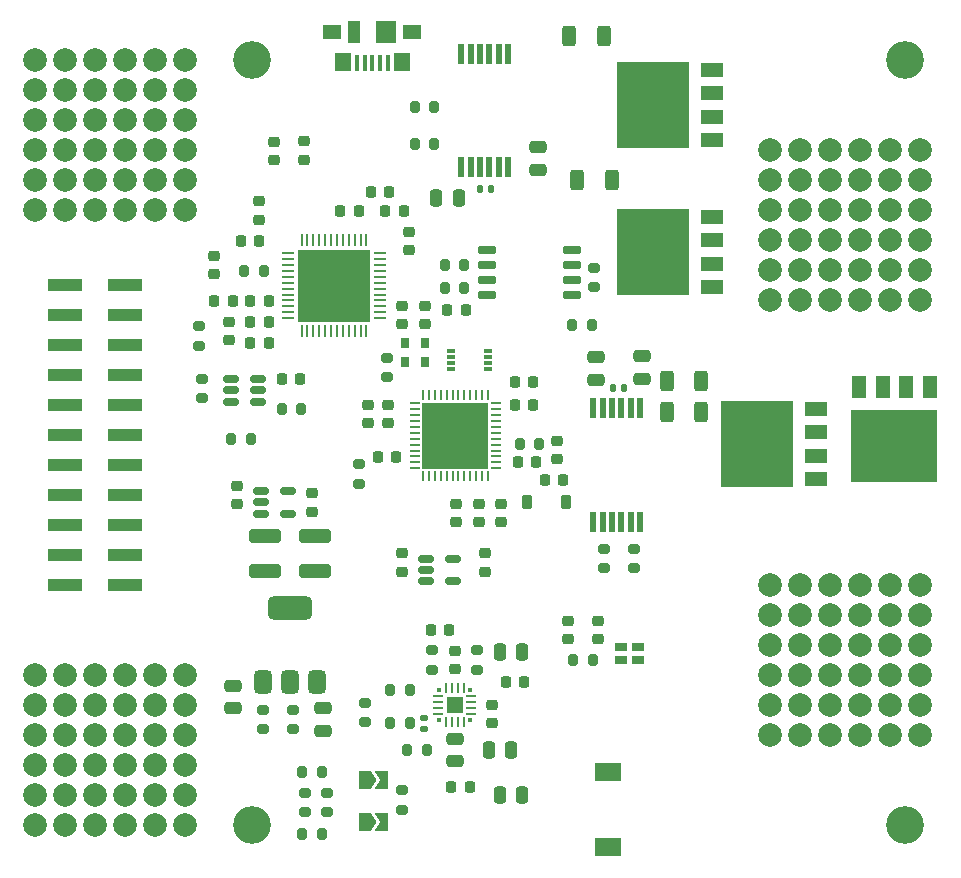
<source format=gbr>
%TF.GenerationSoftware,KiCad,Pcbnew,7.0.10-7.0.10~ubuntu22.04.1*%
%TF.CreationDate,2024-07-10T20:13:23-04:00*%
%TF.ProjectId,IcePSMNR55,49636550-534d-44e5-9235-352e6b696361,rev?*%
%TF.SameCoordinates,Original*%
%TF.FileFunction,Soldermask,Top*%
%TF.FilePolarity,Negative*%
%FSLAX46Y46*%
G04 Gerber Fmt 4.6, Leading zero omitted, Abs format (unit mm)*
G04 Created by KiCad (PCBNEW 7.0.10-7.0.10~ubuntu22.04.1) date 2024-07-10 20:13:23*
%MOMM*%
%LPD*%
G01*
G04 APERTURE LIST*
G04 Aperture macros list*
%AMRoundRect*
0 Rectangle with rounded corners*
0 $1 Rounding radius*
0 $2 $3 $4 $5 $6 $7 $8 $9 X,Y pos of 4 corners*
0 Add a 4 corners polygon primitive as box body*
4,1,4,$2,$3,$4,$5,$6,$7,$8,$9,$2,$3,0*
0 Add four circle primitives for the rounded corners*
1,1,$1+$1,$2,$3*
1,1,$1+$1,$4,$5*
1,1,$1+$1,$6,$7*
1,1,$1+$1,$8,$9*
0 Add four rect primitives between the rounded corners*
20,1,$1+$1,$2,$3,$4,$5,0*
20,1,$1+$1,$4,$5,$6,$7,0*
20,1,$1+$1,$6,$7,$8,$9,0*
20,1,$1+$1,$8,$9,$2,$3,0*%
%AMFreePoly0*
4,1,6,1.000000,0.000000,0.500000,-0.750000,-0.500000,-0.750000,-0.500000,0.750000,0.500000,0.750000,1.000000,0.000000,1.000000,0.000000,$1*%
%AMFreePoly1*
4,1,6,0.500000,-0.750000,-0.650000,-0.750000,-0.150000,0.000000,-0.650000,0.750000,0.500000,0.750000,0.500000,-0.750000,0.500000,-0.750000,$1*%
G04 Aperture macros list end*
%ADD10RoundRect,0.200000X-0.200000X-0.275000X0.200000X-0.275000X0.200000X0.275000X-0.200000X0.275000X0*%
%ADD11RoundRect,0.062500X-0.375000X-0.062500X0.375000X-0.062500X0.375000X0.062500X-0.375000X0.062500X0*%
%ADD12RoundRect,0.062500X-0.062500X-0.375000X0.062500X-0.375000X0.062500X0.375000X-0.062500X0.375000X0*%
%ADD13R,5.600000X5.600000*%
%ADD14RoundRect,0.225000X-0.250000X0.225000X-0.250000X-0.225000X0.250000X-0.225000X0.250000X0.225000X0*%
%ADD15RoundRect,0.200000X0.200000X0.275000X-0.200000X0.275000X-0.200000X-0.275000X0.200000X-0.275000X0*%
%ADD16C,2.004000*%
%ADD17RoundRect,0.250000X-0.475000X0.250000X-0.475000X-0.250000X0.475000X-0.250000X0.475000X0.250000X0*%
%ADD18RoundRect,0.225000X0.250000X-0.225000X0.250000X0.225000X-0.250000X0.225000X-0.250000X-0.225000X0*%
%ADD19RoundRect,0.150000X-0.512500X-0.150000X0.512500X-0.150000X0.512500X0.150000X-0.512500X0.150000X0*%
%ADD20RoundRect,0.218750X-0.218750X-0.256250X0.218750X-0.256250X0.218750X0.256250X-0.218750X0.256250X0*%
%ADD21R,3.000000X1.000000*%
%ADD22RoundRect,0.250000X1.100000X-0.325000X1.100000X0.325000X-1.100000X0.325000X-1.100000X-0.325000X0*%
%ADD23RoundRect,0.250000X-0.312500X-0.625000X0.312500X-0.625000X0.312500X0.625000X-0.312500X0.625000X0*%
%ADD24RoundRect,0.200000X0.275000X-0.200000X0.275000X0.200000X-0.275000X0.200000X-0.275000X-0.200000X0*%
%ADD25RoundRect,0.218750X0.256250X-0.218750X0.256250X0.218750X-0.256250X0.218750X-0.256250X-0.218750X0*%
%ADD26RoundRect,0.140000X0.170000X-0.140000X0.170000X0.140000X-0.170000X0.140000X-0.170000X-0.140000X0*%
%ADD27RoundRect,0.250000X0.475000X-0.250000X0.475000X0.250000X-0.475000X0.250000X-0.475000X-0.250000X0*%
%ADD28RoundRect,0.225000X-0.225000X-0.250000X0.225000X-0.250000X0.225000X0.250000X-0.225000X0.250000X0*%
%ADD29R,0.800000X0.300000*%
%ADD30C,3.200000*%
%ADD31RoundRect,0.250000X-0.250000X-0.475000X0.250000X-0.475000X0.250000X0.475000X-0.250000X0.475000X0*%
%ADD32RoundRect,0.062500X-0.412500X-0.062500X0.412500X-0.062500X0.412500X0.062500X-0.412500X0.062500X0*%
%ADD33RoundRect,0.062500X-0.062500X-0.412500X0.062500X-0.412500X0.062500X0.412500X-0.062500X0.412500X0*%
%ADD34R,6.200000X6.200000*%
%ADD35FreePoly0,0.000000*%
%ADD36FreePoly1,0.000000*%
%ADD37R,1.000000X0.800000*%
%ADD38RoundRect,0.225000X0.225000X0.250000X-0.225000X0.250000X-0.225000X-0.250000X0.225000X-0.250000X0*%
%ADD39R,1.143000X1.828800*%
%ADD40R,7.391400X6.121400*%
%ADD41R,0.600000X1.750000*%
%ADD42RoundRect,0.200000X-0.275000X0.200000X-0.275000X-0.200000X0.275000X-0.200000X0.275000X0.200000X0*%
%ADD43R,1.828800X1.143000*%
%ADD44R,6.121400X7.391400*%
%ADD45RoundRect,0.140000X-0.140000X-0.170000X0.140000X-0.170000X0.140000X0.170000X-0.140000X0.170000X0*%
%ADD46RoundRect,0.225000X-0.225000X-0.375000X0.225000X-0.375000X0.225000X0.375000X-0.225000X0.375000X0*%
%ADD47RoundRect,0.057150X0.349250X-0.057150X0.349250X0.057150X-0.349250X0.057150X-0.349250X-0.057150X0*%
%ADD48R,0.812800X0.228600*%
%ADD49RoundRect,0.057150X-0.057150X-0.349250X0.057150X-0.349250X0.057150X0.349250X-0.057150X0.349250X0*%
%ADD50R,0.228600X0.812800*%
%ADD51R,1.422400X1.422400*%
%ADD52R,0.381000X0.381000*%
%ADD53RoundRect,0.150000X0.650000X0.150000X-0.650000X0.150000X-0.650000X-0.150000X0.650000X-0.150000X0*%
%ADD54RoundRect,0.140000X0.140000X0.170000X-0.140000X0.170000X-0.140000X-0.170000X0.140000X-0.170000X0*%
%ADD55R,0.650000X0.850000*%
%ADD56R,0.450000X1.380000*%
%ADD57R,1.650000X1.300000*%
%ADD58R,1.425000X1.550000*%
%ADD59R,1.800000X1.900000*%
%ADD60R,1.000000X1.900000*%
%ADD61R,2.286000X1.624000*%
%ADD62RoundRect,0.375000X0.375000X-0.625000X0.375000X0.625000X-0.375000X0.625000X-0.375000X-0.625000X0*%
%ADD63RoundRect,0.500000X1.400000X-0.500000X1.400000X0.500000X-1.400000X0.500000X-1.400000X-0.500000X0*%
G04 APERTURE END LIST*
D10*
%TO.C,R9*%
X56012500Y-70200000D03*
X57662500Y-70200000D03*
%TD*%
D11*
%TO.C,U1*%
X71557500Y-67165000D03*
X71557500Y-67665000D03*
X71557500Y-68165000D03*
X71557500Y-68665000D03*
X71557500Y-69165000D03*
X71557500Y-69665000D03*
X71557500Y-70165000D03*
X71557500Y-70665000D03*
X71557500Y-71165000D03*
X71557500Y-71665000D03*
X71557500Y-72165000D03*
X71557500Y-72665000D03*
D12*
X72245000Y-73352500D03*
X72745000Y-73352500D03*
X73245000Y-73352500D03*
X73745000Y-73352500D03*
X74245000Y-73352500D03*
X74745000Y-73352500D03*
X75245000Y-73352500D03*
X75745000Y-73352500D03*
X76245000Y-73352500D03*
X76745000Y-73352500D03*
X77245000Y-73352500D03*
X77745000Y-73352500D03*
D11*
X78432500Y-72665000D03*
X78432500Y-72165000D03*
X78432500Y-71665000D03*
X78432500Y-71165000D03*
X78432500Y-70665000D03*
X78432500Y-70165000D03*
X78432500Y-69665000D03*
X78432500Y-69165000D03*
X78432500Y-68665000D03*
X78432500Y-68165000D03*
X78432500Y-67665000D03*
X78432500Y-67165000D03*
D12*
X77745000Y-66477500D03*
X77245000Y-66477500D03*
X76745000Y-66477500D03*
X76245000Y-66477500D03*
X75745000Y-66477500D03*
X75245000Y-66477500D03*
X74745000Y-66477500D03*
X74245000Y-66477500D03*
X73745000Y-66477500D03*
X73245000Y-66477500D03*
X72745000Y-66477500D03*
X72245000Y-66477500D03*
D13*
X74995000Y-69915000D03*
%TD*%
D14*
%TO.C,C4*%
X75057000Y-75666000D03*
X75057000Y-77216000D03*
%TD*%
D15*
%TO.C,R6*%
X58770000Y-55940000D03*
X57120000Y-55940000D03*
%TD*%
D16*
%TO.C,M4*%
X101600000Y-45720000D03*
X104140000Y-45720000D03*
X106680000Y-45720000D03*
X109220000Y-45720000D03*
X111760000Y-45720000D03*
X114300000Y-45720000D03*
X114300000Y-48260000D03*
X111760000Y-48260000D03*
X109220000Y-48260000D03*
X106680000Y-48260000D03*
X104140000Y-48260000D03*
X101600000Y-48260000D03*
X101600000Y-50800000D03*
X104140000Y-50800000D03*
X106680000Y-50800000D03*
X109220000Y-50800000D03*
X111760000Y-50800000D03*
X114300000Y-50800000D03*
X114300000Y-53340000D03*
X111760000Y-53340000D03*
X109220000Y-53340000D03*
X106680000Y-53340000D03*
X104140000Y-53340000D03*
X101600000Y-53340000D03*
X101600000Y-55880000D03*
X104140000Y-55880000D03*
X106680000Y-55880000D03*
X109220000Y-55880000D03*
X111760000Y-55880000D03*
X114300000Y-55880000D03*
X114300000Y-58420000D03*
X111760000Y-58420000D03*
X109220000Y-58420000D03*
X106680000Y-58420000D03*
X104140000Y-58420000D03*
X101600000Y-58420000D03*
%TD*%
D17*
%TO.C,C21*%
X86893900Y-63277500D03*
X86893900Y-65177500D03*
%TD*%
D15*
%TO.C,R27*%
X71105000Y-94240000D03*
X69455000Y-94240000D03*
%TD*%
D18*
%TO.C,C34*%
X70485000Y-81420000D03*
X70485000Y-79870000D03*
%TD*%
D19*
%TO.C,U7*%
X72522500Y-80330000D03*
X72522500Y-81280000D03*
X72522500Y-82230000D03*
X74797500Y-82230000D03*
X74797500Y-80330000D03*
%TD*%
D20*
%TO.C,FB2*%
X54580000Y-58480000D03*
X56155000Y-58480000D03*
%TD*%
D21*
%TO.C,J2*%
X46990000Y-57150000D03*
X41950000Y-57150000D03*
X46990000Y-59690000D03*
X41950000Y-59690000D03*
X46990000Y-62230000D03*
X41950000Y-62230000D03*
X46990000Y-64770000D03*
X41950000Y-64770000D03*
X46990000Y-67310000D03*
X41950000Y-67310000D03*
X46990000Y-69850000D03*
X41950000Y-69850000D03*
X46990000Y-72390000D03*
X41950000Y-72390000D03*
X46990000Y-74930000D03*
X41950000Y-74930000D03*
X46990000Y-77470000D03*
X41950000Y-77470000D03*
X46990000Y-80010000D03*
X41950000Y-80010000D03*
X46990000Y-82550000D03*
X41950000Y-82550000D03*
%TD*%
D10*
%TO.C,R16*%
X84976200Y-88900000D03*
X86626200Y-88900000D03*
%TD*%
D22*
%TO.C,C37*%
X58885000Y-81355000D03*
X58885000Y-78405000D03*
%TD*%
D23*
%TO.C,R10*%
X92898500Y-65278000D03*
X95823500Y-65278000D03*
%TD*%
D24*
%TO.C,R12*%
X53502500Y-66740000D03*
X53502500Y-65090000D03*
%TD*%
D18*
%TO.C,C8*%
X71090000Y-54175000D03*
X71090000Y-52625000D03*
%TD*%
D25*
%TO.C,FB1*%
X58390000Y-51647500D03*
X58390000Y-50072500D03*
%TD*%
D26*
%TO.C,C47*%
X72290000Y-94760000D03*
X72290000Y-93800000D03*
%TD*%
D27*
%TO.C,C29*%
X90805000Y-65085000D03*
X90805000Y-63185000D03*
%TD*%
D28*
%TO.C,C46*%
X74650000Y-99695000D03*
X76200000Y-99695000D03*
%TD*%
D14*
%TO.C,C31*%
X62865000Y-74790000D03*
X62865000Y-76340000D03*
%TD*%
D15*
%TO.C,R24*%
X72580000Y-96520000D03*
X70930000Y-96520000D03*
%TD*%
D29*
%TO.C,U4*%
X74650000Y-62750000D03*
X74650000Y-63250000D03*
X74650000Y-63750000D03*
X74650000Y-64250000D03*
X77750000Y-64250000D03*
X77750000Y-63750000D03*
X77750000Y-63250000D03*
X77750000Y-62750000D03*
%TD*%
D30*
%TO.C,H1*%
X57785000Y-102870000D03*
%TD*%
D27*
%TO.C,C40*%
X56120000Y-93000000D03*
X56120000Y-91100000D03*
%TD*%
D31*
%TO.C,C41*%
X78740000Y-88265000D03*
X80640000Y-88265000D03*
%TD*%
D28*
%TO.C,C7*%
X67805000Y-49276000D03*
X69355000Y-49276000D03*
%TD*%
D32*
%TO.C,U2*%
X60835000Y-54460000D03*
X60835000Y-54960000D03*
X60835000Y-55460000D03*
X60835000Y-55960000D03*
X60835000Y-56460000D03*
X60835000Y-56960000D03*
X60835000Y-57460000D03*
X60835000Y-57960000D03*
X60835000Y-58460000D03*
X60835000Y-58960000D03*
X60835000Y-59460000D03*
X60835000Y-59960000D03*
D33*
X61960000Y-61085000D03*
X62460000Y-61085000D03*
X62960000Y-61085000D03*
X63460000Y-61085000D03*
X63960000Y-61085000D03*
X64460000Y-61085000D03*
X64960000Y-61085000D03*
X65460000Y-61085000D03*
X65960000Y-61085000D03*
X66460000Y-61085000D03*
X66960000Y-61085000D03*
X67460000Y-61085000D03*
D32*
X68585000Y-59960000D03*
X68585000Y-59460000D03*
X68585000Y-58960000D03*
X68585000Y-58460000D03*
X68585000Y-57960000D03*
X68585000Y-57460000D03*
X68585000Y-56960000D03*
X68585000Y-56460000D03*
X68585000Y-55960000D03*
X68585000Y-55460000D03*
X68585000Y-54960000D03*
X68585000Y-54460000D03*
D33*
X67460000Y-53335000D03*
X66960000Y-53335000D03*
X66460000Y-53335000D03*
X65960000Y-53335000D03*
X65460000Y-53335000D03*
X64960000Y-53335000D03*
X64460000Y-53335000D03*
X63960000Y-53335000D03*
X63460000Y-53335000D03*
X62960000Y-53335000D03*
X62460000Y-53335000D03*
X61960000Y-53335000D03*
D34*
X64710000Y-57210000D03*
%TD*%
D18*
%TO.C,C51*%
X74930000Y-89675000D03*
X74930000Y-88125000D03*
%TD*%
D35*
%TO.C,R33*%
X67310000Y-102610000D03*
D36*
X68760000Y-102610000D03*
%TD*%
D10*
%TO.C,R26*%
X84900000Y-60579000D03*
X86550000Y-60579000D03*
%TD*%
D19*
%TO.C,U6*%
X58552500Y-74615000D03*
X58552500Y-75565000D03*
X58552500Y-76515000D03*
X60827500Y-76515000D03*
X60827500Y-74615000D03*
%TD*%
D24*
%TO.C,R13*%
X90068900Y-81117500D03*
X90068900Y-79467500D03*
%TD*%
%TO.C,R7*%
X53310000Y-62290000D03*
X53310000Y-60640000D03*
%TD*%
D37*
%TO.C,D2*%
X88976200Y-87800000D03*
X90476200Y-87800000D03*
X90476200Y-88900000D03*
X88976200Y-88900000D03*
%TD*%
D31*
%TO.C,C44*%
X77790000Y-96520000D03*
X79690000Y-96520000D03*
%TD*%
D15*
%TO.C,R21*%
X75755000Y-55499000D03*
X74105000Y-55499000D03*
%TD*%
D38*
%TO.C,C18*%
X66785000Y-50860000D03*
X65235000Y-50860000D03*
%TD*%
D18*
%TO.C,C15*%
X69240400Y-68847000D03*
X69240400Y-67297000D03*
%TD*%
%TO.C,C35*%
X87071200Y-87135000D03*
X87071200Y-85585000D03*
%TD*%
D24*
%TO.C,R35*%
X64135000Y-101790000D03*
X64135000Y-100140000D03*
%TD*%
D39*
%TO.C,Q3*%
X115156998Y-65811400D03*
X113156997Y-65811400D03*
X111156998Y-65811400D03*
X109156997Y-65811400D03*
D40*
X112156999Y-70802500D03*
%TD*%
D15*
%TO.C,R23*%
X71120000Y-91440000D03*
X69470000Y-91440000D03*
%TD*%
D41*
%TO.C,IC2*%
X86646000Y-77190000D03*
X87446000Y-77190000D03*
X88246000Y-77190000D03*
X89046000Y-77190000D03*
X89846000Y-77190000D03*
X90646000Y-77190000D03*
X90646000Y-67590000D03*
X89846000Y-67590000D03*
X89046000Y-67590000D03*
X88246000Y-67590000D03*
X87446000Y-67590000D03*
X86646000Y-67590000D03*
%TD*%
D42*
%TO.C,R19*%
X58660000Y-93130000D03*
X58660000Y-94780000D03*
%TD*%
D18*
%TO.C,C43*%
X78105000Y-94260000D03*
X78105000Y-92710000D03*
%TD*%
D42*
%TO.C,R29*%
X67310000Y-92520000D03*
X67310000Y-94170000D03*
%TD*%
D43*
%TO.C,Q1*%
X96685100Y-57355999D03*
X96685100Y-55355998D03*
X96685100Y-53355999D03*
X96685100Y-51355998D03*
D44*
X91694000Y-54356000D03*
%TD*%
D45*
%TO.C,C22*%
X88318900Y-65878500D03*
X89278900Y-65878500D03*
%TD*%
D25*
%TO.C,FB3*%
X62200000Y-46567500D03*
X62200000Y-44992500D03*
%TD*%
D46*
%TO.C,D1*%
X81030000Y-75565000D03*
X84330000Y-75565000D03*
%TD*%
D17*
%TO.C,C13*%
X81985000Y-45507200D03*
X81985000Y-47407200D03*
%TD*%
D38*
%TO.C,C49*%
X75845000Y-59309000D03*
X74295000Y-59309000D03*
%TD*%
D28*
%TO.C,C42*%
X79235000Y-90805000D03*
X80785000Y-90805000D03*
%TD*%
D16*
%TO.C,M3*%
X101600000Y-82550000D03*
X104140000Y-82550000D03*
X106680000Y-82550000D03*
X109220000Y-82550000D03*
X111760000Y-82550000D03*
X114300000Y-82550000D03*
X114300000Y-85090000D03*
X111760000Y-85090000D03*
X109220000Y-85090000D03*
X106680000Y-85090000D03*
X104140000Y-85090000D03*
X101600000Y-85090000D03*
X101600000Y-87630000D03*
X104140000Y-87630000D03*
X106680000Y-87630000D03*
X109220000Y-87630000D03*
X111760000Y-87630000D03*
X114300000Y-87630000D03*
X114300000Y-90170000D03*
X111760000Y-90170000D03*
X109220000Y-90170000D03*
X106680000Y-90170000D03*
X104140000Y-90170000D03*
X101600000Y-90170000D03*
X101600000Y-92710000D03*
X104140000Y-92710000D03*
X106680000Y-92710000D03*
X109220000Y-92710000D03*
X111760000Y-92710000D03*
X114300000Y-92710000D03*
X114300000Y-95250000D03*
X111760000Y-95250000D03*
X109220000Y-95250000D03*
X106680000Y-95250000D03*
X104140000Y-95250000D03*
X101600000Y-95250000D03*
%TD*%
D38*
%TO.C,C10*%
X59165000Y-62036000D03*
X57615000Y-62036000D03*
%TD*%
D28*
%TO.C,C23*%
X60317500Y-65120000D03*
X61867500Y-65120000D03*
%TD*%
D18*
%TO.C,C16*%
X67564000Y-68847000D03*
X67564000Y-67297000D03*
%TD*%
D10*
%TO.C,R8*%
X60267500Y-67660000D03*
X61917500Y-67660000D03*
%TD*%
D24*
%TO.C,R28*%
X73025000Y-89725000D03*
X73025000Y-88075000D03*
%TD*%
D43*
%TO.C,Q4*%
X105537000Y-73611999D03*
X105537000Y-71611998D03*
X105537000Y-69611999D03*
X105537000Y-67611998D03*
D44*
X100545900Y-70612000D03*
%TD*%
D35*
%TO.C,R32*%
X67310000Y-99060000D03*
D36*
X68760000Y-99060000D03*
%TD*%
D24*
%TO.C,R34*%
X62230000Y-101790000D03*
X62230000Y-100140000D03*
%TD*%
%TO.C,R11*%
X87528900Y-81117500D03*
X87528900Y-79467500D03*
%TD*%
D43*
%TO.C,Q2*%
X96685100Y-44909999D03*
X96685100Y-42909998D03*
X96685100Y-40909999D03*
X96685100Y-38909998D03*
D44*
X91694000Y-41910000D03*
%TD*%
D38*
%TO.C,C27*%
X84090000Y-73660000D03*
X82540000Y-73660000D03*
%TD*%
D10*
%TO.C,R31*%
X62040000Y-98425000D03*
X63690000Y-98425000D03*
%TD*%
D30*
%TO.C,H2*%
X57785000Y-38100000D03*
%TD*%
D24*
%TO.C,R22*%
X86741000Y-57352200D03*
X86741000Y-55702200D03*
%TD*%
D28*
%TO.C,C19*%
X69045000Y-50860000D03*
X70595000Y-50860000D03*
%TD*%
D14*
%TO.C,C3*%
X76962000Y-75666000D03*
X76962000Y-77216000D03*
%TD*%
D18*
%TO.C,C36*%
X70485000Y-60465000D03*
X70485000Y-58915000D03*
%TD*%
D47*
%TO.C,U9*%
X73531600Y-91959999D03*
D48*
X73531600Y-92460000D03*
X73531600Y-92960000D03*
D47*
X73531600Y-93460001D03*
D49*
X74179999Y-94108400D03*
D50*
X74680000Y-94108400D03*
X75180000Y-94108400D03*
D49*
X75680001Y-94108400D03*
D47*
X76328400Y-93460001D03*
D48*
X76328400Y-92960000D03*
X76328400Y-92460000D03*
D47*
X76328400Y-91959999D03*
D49*
X75680001Y-91311600D03*
D50*
X75180000Y-91311600D03*
X74680000Y-91311600D03*
D49*
X74179999Y-91311600D03*
D51*
X74930000Y-92710000D03*
D52*
X73621900Y-91401900D03*
X76238100Y-91401900D03*
X73621900Y-94018100D03*
X76238100Y-94018100D03*
%TD*%
D14*
%TO.C,C2*%
X54580000Y-54670000D03*
X54580000Y-56220000D03*
%TD*%
D30*
%TO.C,H4*%
X113030000Y-102870000D03*
%TD*%
D53*
%TO.C,U10*%
X84880000Y-58039000D03*
X84880000Y-56769000D03*
X84880000Y-55499000D03*
X84880000Y-54229000D03*
X77680000Y-54229000D03*
X77680000Y-55499000D03*
X77680000Y-56769000D03*
X77680000Y-58039000D03*
%TD*%
D25*
%TO.C,D3*%
X84531200Y-87147500D03*
X84531200Y-85572500D03*
%TD*%
D42*
%TO.C,R18*%
X61200000Y-93130000D03*
X61200000Y-94780000D03*
%TD*%
D54*
%TO.C,C14*%
X78020000Y-48997200D03*
X77060000Y-48997200D03*
%TD*%
D17*
%TO.C,C39*%
X63740000Y-93005000D03*
X63740000Y-94905000D03*
%TD*%
D14*
%TO.C,C28*%
X78867000Y-75666000D03*
X78867000Y-77216000D03*
%TD*%
D38*
%TO.C,C9*%
X59165000Y-60258000D03*
X57615000Y-60258000D03*
%TD*%
D10*
%TO.C,R36*%
X62040000Y-103639000D03*
X63690000Y-103639000D03*
%TD*%
D31*
%TO.C,C48*%
X78740000Y-100330000D03*
X80640000Y-100330000D03*
%TD*%
D55*
%TO.C,U5*%
X70740000Y-63640000D03*
X72390000Y-63640000D03*
X72390000Y-62090000D03*
X70740000Y-62090000D03*
%TD*%
D18*
%TO.C,C33*%
X56515000Y-75705000D03*
X56515000Y-74155000D03*
%TD*%
D38*
%TO.C,C1*%
X58390000Y-53400000D03*
X56840000Y-53400000D03*
%TD*%
D18*
%TO.C,C30*%
X72390000Y-60465000D03*
X72390000Y-58915000D03*
%TD*%
D10*
%TO.C,R3*%
X71526400Y-42062400D03*
X73176400Y-42062400D03*
%TD*%
%TO.C,R4*%
X71526400Y-45237400D03*
X73176400Y-45237400D03*
%TD*%
D38*
%TO.C,C26*%
X69993000Y-71745000D03*
X68443000Y-71745000D03*
%TD*%
D18*
%TO.C,C32*%
X77470000Y-81420000D03*
X77470000Y-79870000D03*
%TD*%
D38*
%TO.C,C11*%
X59165000Y-58480000D03*
X57615000Y-58480000D03*
%TD*%
D56*
%TO.C,J1*%
X69245000Y-38356600D03*
X68595000Y-38356600D03*
X67945000Y-38356600D03*
X67295000Y-38356600D03*
X66645000Y-38356600D03*
D57*
X71320000Y-35696600D03*
D58*
X70432500Y-38271600D03*
D59*
X69095000Y-35696600D03*
D60*
X66395000Y-35696600D03*
D58*
X65457500Y-38271600D03*
D57*
X64570000Y-35696600D03*
%TD*%
D41*
%TO.C,IC1*%
X79470000Y-37567200D03*
X78670000Y-37567200D03*
X77870000Y-37567200D03*
X77070000Y-37567200D03*
X76270000Y-37567200D03*
X75470000Y-37567200D03*
X75470000Y-47167200D03*
X76270000Y-47167200D03*
X77070000Y-47167200D03*
X77870000Y-47167200D03*
X78670000Y-47167200D03*
X79470000Y-47167200D03*
%TD*%
D14*
%TO.C,C25*%
X83566000Y-70345000D03*
X83566000Y-71895000D03*
%TD*%
D28*
%TO.C,C6*%
X80000000Y-65405000D03*
X81550000Y-65405000D03*
%TD*%
D23*
%TO.C,R2*%
X85303900Y-48285400D03*
X88228900Y-48285400D03*
%TD*%
D28*
%TO.C,C24*%
X80251000Y-72136000D03*
X81801000Y-72136000D03*
%TD*%
D19*
%TO.C,U3*%
X56012500Y-65120000D03*
X56012500Y-66070000D03*
X56012500Y-67020000D03*
X58287500Y-67020000D03*
X58287500Y-66070000D03*
X58287500Y-65120000D03*
%TD*%
D24*
%TO.C,R1*%
X66805000Y-73980000D03*
X66805000Y-72330000D03*
%TD*%
D15*
%TO.C,R14*%
X82105000Y-70612000D03*
X80455000Y-70612000D03*
%TD*%
D14*
%TO.C,C12*%
X55850000Y-60245000D03*
X55850000Y-61795000D03*
%TD*%
D28*
%TO.C,C50*%
X72885000Y-86360000D03*
X74435000Y-86360000D03*
%TD*%
D16*
%TO.C,M1*%
X39370000Y-38100000D03*
X41910000Y-38100000D03*
X44450000Y-38100000D03*
X46990000Y-38100000D03*
X49530000Y-38100000D03*
X52070000Y-38100000D03*
X52070000Y-40640000D03*
X49530000Y-40640000D03*
X46990000Y-40640000D03*
X44450000Y-40640000D03*
X41910000Y-40640000D03*
X39370000Y-40640000D03*
X39370000Y-43180000D03*
X41910000Y-43180000D03*
X44450000Y-43180000D03*
X46990000Y-43180000D03*
X49530000Y-43180000D03*
X52070000Y-43180000D03*
X52070000Y-45720000D03*
X49530000Y-45720000D03*
X46990000Y-45720000D03*
X44450000Y-45720000D03*
X41910000Y-45720000D03*
X39370000Y-45720000D03*
X39370000Y-48260000D03*
X41910000Y-48260000D03*
X44450000Y-48260000D03*
X46990000Y-48260000D03*
X49530000Y-48260000D03*
X52070000Y-48260000D03*
X52070000Y-50800000D03*
X49530000Y-50800000D03*
X46990000Y-50800000D03*
X44450000Y-50800000D03*
X41910000Y-50800000D03*
X39370000Y-50800000D03*
%TD*%
D30*
%TO.C,H3*%
X113030000Y-38100000D03*
%TD*%
D23*
%TO.C,R5*%
X84643500Y-36068000D03*
X87568500Y-36068000D03*
%TD*%
D17*
%TO.C,C45*%
X74930000Y-95570000D03*
X74930000Y-97470000D03*
%TD*%
D28*
%TO.C,C5*%
X80000000Y-67310000D03*
X81550000Y-67310000D03*
%TD*%
D24*
%TO.C,R17*%
X69215000Y-64960000D03*
X69215000Y-63310000D03*
%TD*%
D42*
%TO.C,R30*%
X70485000Y-99950000D03*
X70485000Y-101600000D03*
%TD*%
D15*
%TO.C,R25*%
X75755000Y-57404000D03*
X74105000Y-57404000D03*
%TD*%
D61*
%TO.C,L1*%
X87884000Y-98425000D03*
X87884000Y-104775000D03*
%TD*%
D18*
%TO.C,C17*%
X59660000Y-46555000D03*
X59660000Y-45005000D03*
%TD*%
D62*
%TO.C,U8*%
X58660000Y-90780000D03*
X60960000Y-90780000D03*
D63*
X60960000Y-84480000D03*
D62*
X63260000Y-90780000D03*
%TD*%
D42*
%TO.C,R20*%
X76835000Y-88075000D03*
X76835000Y-89725000D03*
%TD*%
D23*
%TO.C,R15*%
X92898500Y-67945000D03*
X95823500Y-67945000D03*
%TD*%
D22*
%TO.C,C38*%
X63135000Y-81355000D03*
X63135000Y-78405000D03*
%TD*%
D16*
%TO.C,M2*%
X39390000Y-90170000D03*
X41930000Y-90170000D03*
X44470000Y-90170000D03*
X47010000Y-90170000D03*
X49550000Y-90170000D03*
X52090000Y-90170000D03*
X52090000Y-92710000D03*
X49550000Y-92710000D03*
X47010000Y-92710000D03*
X44470000Y-92710000D03*
X41930000Y-92710000D03*
X39390000Y-92710000D03*
X39390000Y-95250000D03*
X41930000Y-95250000D03*
X44470000Y-95250000D03*
X47010000Y-95250000D03*
X49550000Y-95250000D03*
X52090000Y-95250000D03*
X52090000Y-97790000D03*
X49550000Y-97790000D03*
X47010000Y-97790000D03*
X44470000Y-97790000D03*
X41930000Y-97790000D03*
X39390000Y-97790000D03*
X39390000Y-100330000D03*
X41930000Y-100330000D03*
X44470000Y-100330000D03*
X47010000Y-100330000D03*
X49550000Y-100330000D03*
X52090000Y-100330000D03*
X52090000Y-102870000D03*
X49550000Y-102870000D03*
X47010000Y-102870000D03*
X44470000Y-102870000D03*
X41930000Y-102870000D03*
X39390000Y-102870000D03*
%TD*%
D31*
%TO.C,C20*%
X73370400Y-49784000D03*
X75270400Y-49784000D03*
%TD*%
M02*

</source>
